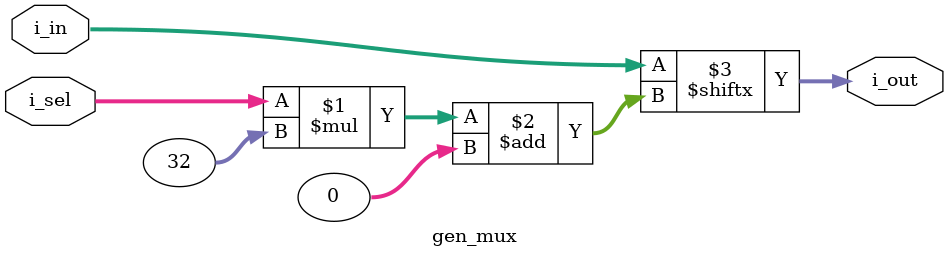
<source format=v>
module gen_mux
#(parameter BUS_WIDTH = 32 ,
  parameter SEL = 2      )
( input wire [(BUS_WIDTH * (2**SEL) )-1:0] i_in,
  input wire [SEL-1:0] i_sel,
  output wire [BUS_WIDTH-1:0] i_out );

    assign i_out = i_in[i_sel*BUS_WIDTH +: BUS_WIDTH];  
  
endmodule
</source>
